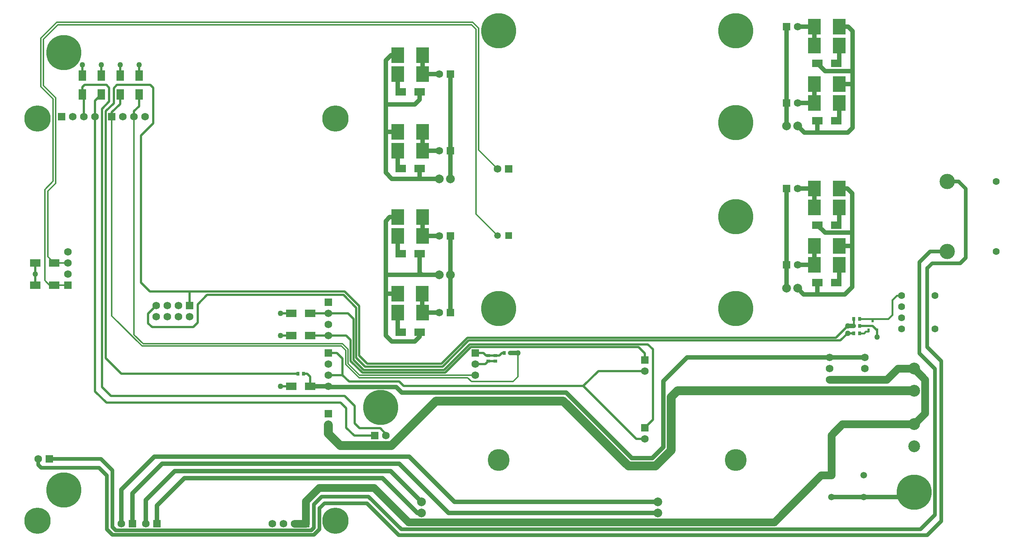
<source format=gtl>
G04*
G04 #@! TF.GenerationSoftware,Altium Limited,Altium Designer,22.8.2 (66)*
G04*
G04 Layer_Physical_Order=1*
G04 Layer_Color=255*
%FSLAX44Y44*%
%MOMM*%
G71*
G04*
G04 #@! TF.SameCoordinates,71C3AFDF-B8C1-413B-9B0B-563F97835029*
G04*
G04*
G04 #@! TF.FilePolarity,Positive*
G04*
G01*
G75*
%ADD12C,0.3000*%
%ADD14R,2.9500X3.6000*%
%ADD15R,2.4500X1.7500*%
%ADD16R,0.7000X0.9500*%
%ADD17R,1.7500X2.4500*%
%ADD18R,0.6000X0.9000*%
%ADD19R,0.9500X0.7000*%
%ADD40C,0.5000*%
%ADD41C,1.0000*%
%ADD42C,0.3500*%
%ADD43C,0.3810*%
%ADD44C,2.0000*%
%ADD45C,1.7500*%
%ADD46C,0.8300*%
%ADD47R,1.5000X1.5000*%
%ADD48C,1.5000*%
%ADD49R,1.7500X1.7500*%
%ADD50C,1.7500*%
%ADD51R,1.7500X1.7500*%
%ADD52C,8.0000*%
%ADD53C,2.0000*%
%ADD54C,5.0000*%
%ADD55C,3.5000*%
%ADD56C,1.6000*%
%ADD57C,2.7000*%
%ADD58C,6.0000*%
%ADD59C,1.2700*%
D12*
X130810Y887205D02*
Y1075690D01*
X111850Y868245D02*
X130810Y887205D01*
X102870Y1103630D02*
X130810Y1075690D01*
X119380Y864870D02*
X136810Y882300D01*
X119380Y714760D02*
Y864870D01*
X136810Y882300D02*
Y1078175D01*
X119380Y714760D02*
X133350Y700790D01*
X1096010Y812502D02*
Y1234440D01*
X141835Y1244600D02*
X1085850D01*
X1096010Y1234440D01*
X108870Y1211635D02*
X141835Y1244600D01*
X1096010Y812502D02*
X1145242Y763270D01*
X102870Y1214120D02*
X139700Y1250950D01*
X1088390D01*
X1102360Y1236980D01*
Y958432D02*
Y1236980D01*
Y958432D02*
X1145242Y915550D01*
X108870Y1106115D02*
Y1211635D01*
Y1106115D02*
X136810Y1078175D01*
X133350Y700790D02*
X164580D01*
X111850Y660310D02*
X122170Y649990D01*
X111850Y660310D02*
Y868245D01*
X102870Y1103630D02*
Y1214120D01*
X122170Y649990D02*
X133350D01*
X164580D01*
D14*
X917633Y1000160D02*
D03*
X974133D02*
D03*
X1924670Y827800D02*
D03*
X1868170D02*
D03*
Y870980D02*
D03*
X1924670D02*
D03*
X917633Y761980D02*
D03*
X974133D02*
D03*
X1924670Y1109160D02*
D03*
X1868170D02*
D03*
Y739160D02*
D03*
X1924670D02*
D03*
X1868170Y1065980D02*
D03*
X1924670D02*
D03*
X1868170Y695980D02*
D03*
X1924670D02*
D03*
X1868170Y1240980D02*
D03*
X1924670D02*
D03*
X1868170Y1197800D02*
D03*
X1924670D02*
D03*
X973553Y630160D02*
D03*
X917053D02*
D03*
X974133Y956980D02*
D03*
X917633D02*
D03*
X974133Y586980D02*
D03*
X917633D02*
D03*
X974133Y1175160D02*
D03*
X917633D02*
D03*
X974133Y805160D02*
D03*
X917633D02*
D03*
X974133Y1131980D02*
D03*
X917633D02*
D03*
D15*
X1917920Y1025320D02*
D03*
X1874920D02*
D03*
X924383Y1091320D02*
D03*
X967383D02*
D03*
X924383Y721320D02*
D03*
X967383D02*
D03*
X924383Y916320D02*
D03*
X967383D02*
D03*
X924383Y542290D02*
D03*
X967383D02*
D03*
X1917920Y1157140D02*
D03*
X1874920D02*
D03*
X1917920Y787140D02*
D03*
X1874920D02*
D03*
X1917920Y655320D02*
D03*
X1874920D02*
D03*
X717550Y534890D02*
D03*
X674550D02*
D03*
X90350Y700790D02*
D03*
X133350D02*
D03*
Y649990D02*
D03*
X90350D02*
D03*
X717550Y418690D02*
D03*
X674550D02*
D03*
X674550Y585470D02*
D03*
X717550D02*
D03*
D16*
X702460Y447040D02*
D03*
X689460D02*
D03*
X1971190Y556260D02*
D03*
X1958190D02*
D03*
X1173630Y494540D02*
D03*
X1160630D02*
D03*
X1958190Y572770D02*
D03*
X1971190D02*
D03*
X1971190Y539750D02*
D03*
X1958190D02*
D03*
D17*
X284193Y1128940D02*
D03*
Y1085940D02*
D03*
X327230Y1128940D02*
D03*
Y1085940D02*
D03*
X241157Y1128940D02*
D03*
Y1085940D02*
D03*
X198120Y1128940D02*
D03*
Y1085940D02*
D03*
D18*
X1992020Y546030D02*
D03*
X2011020D02*
D03*
X2001520Y569030D02*
D03*
D19*
X1140460Y476100D02*
D03*
Y489100D02*
D03*
X1123950Y476100D02*
D03*
Y489100D02*
D03*
D40*
X90350Y674710D02*
Y700790D01*
X2011020Y531470D02*
Y546030D01*
X2000790Y556260D02*
X2011020Y546030D01*
X1971190Y556260D02*
X2000790D01*
X717550Y585470D02*
X717770Y585690D01*
X758940D01*
X717550Y534890D02*
X758940D01*
X848360Y469900D02*
X1017270D01*
X829310Y488950D02*
X848360Y469900D01*
X829310Y488950D02*
Y601980D01*
X822960Y483870D02*
X843280Y463550D01*
X1019810D01*
X822960Y483870D02*
Y598170D01*
X796290Y635000D02*
X829310Y601980D01*
X793750Y627380D02*
X822960Y598170D01*
X758940Y585690D02*
X803690D01*
X816610Y478385D02*
Y572770D01*
X803690Y585690D02*
X816610Y572770D01*
X799880Y534890D02*
X810260Y524510D01*
X758940Y534890D02*
X799880D01*
X810260Y476250D02*
Y524510D01*
X816610Y478385D02*
X839415Y455580D01*
X810260Y476250D02*
X836930Y449580D01*
X442710Y635000D02*
X796290D01*
X482600Y627380D02*
X793750D01*
X461010Y605790D02*
X482600Y627380D01*
X839415Y455580D02*
X1023270D01*
X836930Y449580D02*
X1026160D01*
X920750Y429260D02*
X930910Y419100D01*
X806450Y429260D02*
X920750D01*
X877570Y322580D02*
X890492Y309658D01*
X830580Y322580D02*
X877570D01*
X791620Y444090D02*
Y482190D01*
X778920Y494890D02*
X791620Y482190D01*
X1917700Y529590D02*
X1944370Y556260D01*
X1076960Y529590D02*
X1917700D01*
X1927860Y523240D02*
X1944370Y539750D01*
X1958190D01*
X1480924Y323560D02*
X1499870Y342506D01*
Y502920D01*
X1488440Y514350D02*
X1499870Y502920D01*
X1082040Y514350D02*
X1488440D01*
X1480924Y478500D02*
Y493926D01*
X1466850Y508000D02*
X1480924Y493926D01*
X1375120Y453100D02*
X1480924D01*
X1341120Y419100D02*
X1375120Y453100D01*
X1026160Y449580D02*
X1084580Y508000D01*
X1466850D01*
X649830Y534890D02*
X674550D01*
X930910Y419100D02*
X1341120D01*
X791620Y444090D02*
X806450Y429260D01*
X1341120Y419100D02*
X1462060Y298160D01*
X1480924D01*
X1023270Y455580D02*
X1082040Y514350D01*
X1019810Y463550D02*
X1079500Y523240D01*
X1927860D01*
X1017270Y469900D02*
X1076960Y529590D01*
X758940Y494890D02*
X778920D01*
X327230Y1128940D02*
Y1153660D01*
X284193Y1128940D02*
Y1153660D01*
X241157Y1128940D02*
Y1153660D01*
X198120Y1128940D02*
Y1153660D01*
X90350Y649990D02*
Y674710D01*
X649830Y585470D02*
X674550D01*
X649830Y418690D02*
X674550D01*
X327230Y1058750D02*
Y1085940D01*
X315800Y1047320D02*
X327230Y1058750D01*
X315800Y1035270D02*
Y1047320D01*
X284193Y1063973D02*
Y1085940D01*
X265000Y1044780D02*
X284193Y1063973D01*
X265000Y1035270D02*
Y1044780D01*
X226900Y1071683D02*
X241157Y1085940D01*
X226900Y1035270D02*
Y1071683D01*
X201500Y1035270D02*
Y1082560D01*
X198120Y1085940D02*
X201500Y1082560D01*
X198120Y1085940D02*
Y1102440D01*
X203120Y1107440D01*
X252730D01*
X259080Y1101090D01*
Y1069340D02*
Y1101090D01*
X242570Y1052830D02*
X259080Y1069340D01*
X251460Y1047750D02*
X269443Y1065733D01*
X251460Y482600D02*
Y1047750D01*
X269443Y1065733D02*
Y1100023D01*
X276860Y1107440D01*
X353060D01*
X717550Y418690D02*
Y440690D01*
X711200Y447040D02*
X717550Y440690D01*
X702460Y447040D02*
X711200D01*
X287020D02*
X689460D01*
X251460Y482600D02*
X287020Y447040D01*
X353060Y1107440D02*
X359410Y1101090D01*
Y1019810D02*
Y1101090D01*
X331470Y991870D02*
X359410Y1019810D01*
X331470Y655320D02*
Y991870D01*
Y655320D02*
X351790Y635000D01*
X442710D01*
Y602840D02*
Y635000D01*
X242570Y416560D02*
X262890Y396240D01*
X242570Y416560D02*
Y1052830D01*
X800100Y323850D02*
Y368300D01*
X226900Y406830D02*
Y1035270D01*
X252730Y381000D02*
X787400D01*
X226900Y406830D02*
X252730Y381000D01*
X800100Y323850D02*
X818170Y305780D01*
X865092D01*
X787400Y381000D02*
X800100Y368300D01*
X819150Y334010D02*
X830580Y322580D01*
X890492Y305780D02*
Y309658D01*
X819150Y334010D02*
Y373380D01*
X796290Y396240D02*
X819150Y373380D01*
X262890Y396240D02*
X796290D01*
X758940Y444090D02*
X791620D01*
X347980Y584310D02*
X366510Y602840D01*
X461010Y563880D02*
Y605790D01*
X347980Y562610D02*
Y584310D01*
X450850Y553720D02*
X461010Y563880D01*
X356870Y553720D02*
X450850D01*
X347980Y562610D02*
X356870Y553720D01*
X1123950Y476100D02*
X1140460D01*
X1116990Y469140D02*
X1123950Y476100D01*
X1094442Y469140D02*
X1116990D01*
X1154940Y494540D02*
X1160630D01*
X1149500Y489100D02*
X1154940Y494540D01*
X1140460Y489100D02*
X1149500D01*
X1123950D02*
X1140460D01*
X1118720D02*
X1123950D01*
X1113280Y494540D02*
X1118720Y489100D01*
X1094442Y494540D02*
X1113280D01*
D41*
X1878330Y998220D02*
X1944370D01*
X1845012D02*
X1878330D01*
X1874920Y1001630D02*
X1878330Y998220D01*
X1874920Y1001630D02*
Y1025320D01*
X1955800Y1139190D02*
Y1230630D01*
Y1106170D02*
Y1139190D01*
X1892870D02*
X1955800D01*
X1874920Y1157140D02*
X1892870Y1139190D01*
X1955800Y1009650D02*
Y1106170D01*
X1952810Y1109160D02*
X1955800Y1106170D01*
X1924670Y1109160D02*
X1952810D01*
X1924670Y1240980D02*
X1945450D01*
X1955800Y1230630D01*
X1944370Y998220D02*
X1955800Y1009650D01*
X1829772Y1013460D02*
X1845012Y998220D01*
X1877060Y628650D02*
X1938020D01*
X1843742D02*
X1877060D01*
X1874920Y630790D02*
X1877060Y628650D01*
X1874920Y630790D02*
Y655320D01*
X1954530Y769620D02*
Y859790D01*
Y737870D02*
Y769620D01*
X1892440D02*
X1954530D01*
X1874920Y787140D02*
X1892440Y769620D01*
X1954530Y645160D02*
Y737870D01*
X1953240Y739160D02*
X1954530Y737870D01*
X1924670Y739160D02*
X1953240D01*
X1924670Y870980D02*
X1943340D01*
X1954530Y859790D01*
X1938020Y628650D02*
X1954530Y645160D01*
X1829772Y642620D02*
X1843742Y628650D01*
X890270Y999490D02*
Y1062990D01*
Y906780D02*
Y999490D01*
X890940Y1000160D01*
X917633D01*
X969010Y892810D02*
X1012531D01*
X904240D02*
X969010D01*
X967383Y894437D02*
X969010Y892810D01*
X967383Y894437D02*
Y916320D01*
X890270Y1062990D02*
Y1163320D01*
Y1062990D02*
X956310D01*
X967383Y1074063D01*
Y1091320D01*
X902110Y1175160D02*
X917633D01*
X890270Y1163320D02*
X902110Y1175160D01*
X890270Y906780D02*
X904240Y892810D01*
X972820Y673100D02*
X1012531D01*
X892810D02*
X972820D01*
X967383Y678537D02*
X972820Y673100D01*
X967383Y678537D02*
Y721320D01*
X890270Y670560D02*
Y796290D01*
Y627380D02*
Y670560D01*
X892810Y673100D01*
X890270Y534670D02*
Y627380D01*
X893050Y630160D01*
X917053D01*
X967383Y531773D02*
Y542290D01*
X956310Y520700D02*
X967383Y531773D01*
X904240Y520700D02*
X956310D01*
X890270Y534670D02*
X904240Y520700D01*
X890270Y796290D02*
X899140Y805160D01*
X917633D01*
Y549040D02*
Y586980D01*
Y549040D02*
X924383Y542290D01*
X917633Y728070D02*
Y761980D01*
Y728070D02*
X924383Y721320D01*
X917633Y923070D02*
Y956980D01*
Y923070D02*
X924383Y916320D01*
X917633Y1098070D02*
Y1131980D01*
Y1098070D02*
X924383Y1091320D01*
X1917920Y1157140D02*
X1924670Y1163890D01*
Y1197800D01*
Y1032070D02*
Y1065980D01*
X1917920Y1025320D02*
X1924670Y1032070D01*
X1924670Y793890D02*
Y827800D01*
X1917920Y787140D02*
X1924670Y793890D01*
X1924670Y662070D02*
Y695980D01*
X1917920Y655320D02*
X1924670Y662070D01*
X913702Y416560D02*
X926402Y403860D01*
X761070Y416560D02*
X913702D01*
X1944370Y556260D02*
X1958190D01*
X361950Y257810D02*
X943610D01*
X1047033Y154387D01*
X1511300D01*
X286590Y182450D02*
X361950Y257810D01*
X311990Y173560D02*
X379730Y241300D01*
X920750D02*
X1033063Y128987D01*
X379730Y241300D02*
X920750D01*
X408940Y224790D02*
X901147D01*
X342470Y158320D02*
X408940Y224790D01*
X901147D02*
X971550Y154387D01*
X430530Y208280D02*
X882650D01*
X367870Y145620D02*
X430530Y208280D01*
X882650D02*
X961943Y128987D01*
X926402Y403860D02*
X1301750D01*
X1451610Y254000D02*
X1498600D01*
X1301750Y403860D02*
X1451610Y254000D01*
X1524000Y279400D02*
Y430530D01*
X1577685Y484215D02*
X1903240D01*
X1524000Y430530D02*
X1577685Y484215D01*
X1498600Y254000D02*
X1524000Y279400D01*
X342470Y104360D02*
Y158320D01*
X961943Y128987D02*
X971550D01*
X367870Y104360D02*
Y145620D01*
X286590Y104360D02*
Y182450D01*
X311990Y104360D02*
Y173560D01*
X1033063Y128987D02*
X1511300D01*
X758940Y418690D02*
X761070Y416560D01*
X1903240Y484215D02*
X1983340D01*
X1907195Y165050D02*
X1980855D01*
X2084722D02*
X2096152Y176480D01*
X1980855Y165050D02*
X2084722D01*
X717550Y418690D02*
X758940D01*
X1958190Y556260D02*
X1958190Y556260D01*
X1173630Y494540D02*
X1192020D01*
X1804372Y1065980D02*
Y1240980D01*
Y1013460D02*
Y1065980D01*
Y695980D02*
Y870980D01*
Y642620D02*
Y695980D01*
X1037931Y892810D02*
Y1131980D01*
X1037931Y1131980D01*
X1037931Y586980D02*
Y761980D01*
X1012531Y586980D02*
X1012531Y586980D01*
X974133Y586980D02*
X1012531D01*
X973553Y587560D02*
X974133Y586980D01*
X973553Y587560D02*
Y630160D01*
X974110Y762003D02*
Y805160D01*
X974133Y761980D02*
X974133Y761980D01*
X1012531D01*
X974110Y762003D02*
X974133Y761980D01*
X974110Y805160D02*
X974133D01*
X1012531Y956980D02*
X1012531Y956980D01*
X974133Y956980D02*
X1012531D01*
X974133D02*
Y1000160D01*
X1012531Y1131980D02*
X1012531Y1131980D01*
X974133Y1131980D02*
X1012531D01*
X974133D02*
Y1175160D01*
X1868170Y1240980D02*
X1868170Y1240980D01*
X1829772Y1240980D02*
X1868170D01*
X1868170Y1197800D02*
Y1240980D01*
X1829772Y1065980D02*
X1868170D01*
X1868170Y1065980D01*
Y1109160D01*
X1829772Y870980D02*
X1868170D01*
X1868170Y870980D01*
Y827800D02*
Y870980D01*
X1868170Y695980D02*
Y739160D01*
X1829772Y695980D02*
X1829772Y695980D01*
X1868170D01*
D42*
X791210Y515620D02*
X803910Y502920D01*
Y469900D02*
Y502920D01*
Y469900D02*
X830070Y443740D01*
X788670Y510540D02*
X798830Y500380D01*
Y468616D02*
X828206Y439240D01*
X798830Y468616D02*
Y500380D01*
X336550Y515620D02*
X791210D01*
X334010Y510540D02*
X788670D01*
X830070Y443740D02*
X1094442D01*
X829310Y438150D02*
X1076960D01*
X828220Y439240D02*
X829310Y438150D01*
X828206Y439240D02*
X828220D01*
X1192020Y440180D02*
Y494540D01*
X1181100Y429260D02*
X1192020Y440180D01*
X1085850Y429260D02*
X1181100D01*
X265000Y579550D02*
Y1035270D01*
X1076960Y438150D02*
X1085850Y429260D01*
X265000Y579550D02*
X334010Y510540D01*
X315800Y536370D02*
Y1035270D01*
Y536370D02*
X336550Y515620D01*
D43*
X1971190Y572770D02*
X2037080D01*
X2056130Y626110D02*
X2067560D01*
X2045970Y615950D02*
X2056130Y626110D01*
X2045970Y581660D02*
Y615950D01*
X2037080Y572770D02*
X2045970Y581660D01*
X1981400Y539750D02*
X1985085Y543435D01*
X1990925D01*
X1992020Y544530D01*
Y546030D01*
X1971190Y539750D02*
X1981400D01*
X1958190Y556260D02*
Y572770D01*
D44*
X1541780Y271780D02*
Y393700D01*
X1443990Y236220D02*
X1506220D01*
X1541780Y271780D01*
X1295400Y384810D02*
X1443990Y236220D01*
X1004570Y384810D02*
X1295400D01*
X1556095Y408015D02*
X1903240D01*
X1541780Y393700D02*
X1556095Y408015D01*
X1983340D02*
X2096152D01*
X786130Y283210D02*
X902970D01*
X1004570Y384810D01*
X758940Y310400D02*
Y330420D01*
Y310400D02*
X786130Y283210D01*
X1903240Y408015D02*
X1983340D01*
D45*
X707124Y104238D02*
Y155944D01*
X737870Y186690D02*
X863600D01*
X707124Y155944D02*
X737870Y186690D01*
X2096152Y458815D02*
X2120900Y434067D01*
Y356563D02*
Y434067D01*
X681724Y104238D02*
X707124D01*
X1932015Y331815D02*
X2096152D01*
X1776730Y107950D02*
X1883830Y215050D01*
X1983340Y433415D02*
X2033615D01*
X2059015Y458815D01*
X2096152Y331815D02*
X2120900Y356563D01*
X863600Y186690D02*
X942340Y107950D01*
X1776730D01*
X1907195Y306995D02*
X1932015Y331815D01*
X1907195Y215050D02*
Y306995D01*
X1903240Y433415D02*
X1983340D01*
X2059015Y458815D02*
X2096152D01*
X1883830Y215050D02*
X1907195D01*
D46*
X744220Y166370D02*
X850900D01*
X726440Y95250D02*
Y148590D01*
X744220Y166370D01*
X2157730Y110490D02*
Y476250D01*
X2125980Y508000D02*
X2157730Y476250D01*
X2125980Y508000D02*
Y688340D01*
X2108200Y494030D02*
Y702310D01*
X2143760Y124460D02*
Y458470D01*
X2108200Y494030D02*
X2143760Y458470D01*
X720090Y88900D02*
X726440Y95250D01*
X240440Y252320D02*
X266700Y226060D01*
X122670Y252320D02*
X240440D01*
X266700Y96520D02*
X274320Y88900D01*
X2108200Y702310D02*
X2132230Y726340D01*
X925830Y91440D02*
X2110740D01*
X266700Y96520D02*
Y226060D01*
X274320Y88900D02*
X720090D01*
X2132230Y726340D02*
X2171700D01*
X850900Y166370D02*
X925830Y91440D01*
X2110740D02*
X2143760Y124460D01*
X2137410Y699770D02*
X2200910D01*
X739140Y139700D02*
X750570Y151130D01*
X2171700Y886340D02*
X2197220D01*
X2125980Y688340D02*
X2137410Y699770D01*
X2125610Y78370D02*
X2157730Y110490D01*
X726440Y78740D02*
X739140Y91440D01*
X750570Y151130D02*
X847090D01*
X739140Y91440D02*
Y139700D01*
X254000Y91440D02*
X266700Y78740D01*
X97270Y239280D02*
X104140Y232410D01*
X919850Y78370D02*
X2125610D01*
X266700Y78740D02*
X726440D01*
X2200910Y699770D02*
X2213610Y712470D01*
X847090Y151130D02*
X919850Y78370D01*
X97270Y239280D02*
Y252320D01*
X254000Y91440D02*
Y214630D01*
X2197220Y886340D02*
X2213610Y869950D01*
Y712470D02*
Y869950D01*
X104140Y232410D02*
X236220D01*
X254000Y214630D01*
D47*
X1170642Y763270D02*
D03*
D48*
X1145242D02*
D03*
X1907195Y215050D02*
D03*
Y165050D02*
D03*
X1980855Y215050D02*
D03*
Y165050D02*
D03*
D49*
X442710Y602840D02*
D03*
X865092Y305780D02*
D03*
X150700Y1035270D02*
D03*
X265000D02*
D03*
X707124Y104238D02*
D03*
X1170642Y915550D02*
D03*
X122670Y252320D02*
D03*
X367870Y104360D02*
D03*
X311990D02*
D03*
X1037931Y586980D02*
D03*
Y761980D02*
D03*
X1037931Y1131980D02*
D03*
Y956980D02*
D03*
X1804372Y1240980D02*
D03*
Y1065980D02*
D03*
Y695980D02*
D03*
Y870980D02*
D03*
D50*
X442710Y577440D02*
D03*
X417310Y602840D02*
D03*
Y577440D02*
D03*
X391910Y602840D02*
D03*
Y577440D02*
D03*
X366510Y602840D02*
D03*
Y577440D02*
D03*
X758940Y469490D02*
D03*
Y444090D02*
D03*
Y418690D02*
D03*
X1903240Y484215D02*
D03*
Y458815D02*
D03*
Y433415D02*
D03*
Y408015D02*
D03*
X890492Y305780D02*
D03*
X1094442Y469140D02*
D03*
Y443740D02*
D03*
X1983340Y458815D02*
D03*
Y433415D02*
D03*
Y484215D02*
D03*
Y408015D02*
D03*
X758940Y330420D02*
D03*
X164580Y726190D02*
D03*
Y700790D02*
D03*
Y675390D02*
D03*
X758940Y534890D02*
D03*
Y560290D02*
D03*
Y585690D02*
D03*
X226900Y1035270D02*
D03*
X201500D02*
D03*
X176100D02*
D03*
X341200D02*
D03*
X315800D02*
D03*
X290400D02*
D03*
X630924Y104238D02*
D03*
X656324D02*
D03*
X681724D02*
D03*
X1480924Y298160D02*
D03*
X1145242Y915550D02*
D03*
X97270Y252320D02*
D03*
X342470Y104360D02*
D03*
X286590D02*
D03*
X1480924Y453100D02*
D03*
X1012531Y586980D02*
D03*
Y761980D02*
D03*
X1012531Y1131980D02*
D03*
Y956980D02*
D03*
X1829772Y1240980D02*
D03*
Y1065980D02*
D03*
Y695980D02*
D03*
Y870980D02*
D03*
D51*
X758940Y494890D02*
D03*
X1094442Y494540D02*
D03*
X758940Y355820D02*
D03*
X164580Y649990D02*
D03*
X758940Y611090D02*
D03*
X1480924Y478500D02*
D03*
Y323560D02*
D03*
D52*
X155450Y1181480D02*
D03*
X155450Y181480D02*
D03*
X878542Y370550D02*
D03*
X2096152Y176480D02*
D03*
X1147365Y596480D02*
D03*
X1688960D02*
D03*
X1688960Y1231480D02*
D03*
X1147365D02*
D03*
X1688960Y1021630D02*
D03*
X1688960Y806330D02*
D03*
D53*
X1829772Y1013460D02*
D03*
X1804372D02*
D03*
X1037931Y673100D02*
D03*
X1012531D02*
D03*
X1511300Y154387D02*
D03*
Y128987D02*
D03*
X971550Y154387D02*
D03*
Y128987D02*
D03*
X1829772Y642620D02*
D03*
X1804372D02*
D03*
X1012531Y892810D02*
D03*
X1037931D02*
D03*
D54*
X1147374Y250000D02*
D03*
X1688968D02*
D03*
D55*
X2171700Y726340D02*
D03*
Y886340D02*
D03*
D56*
X2283460Y726338D02*
D03*
Y886338D02*
D03*
X2067560Y626110D02*
D03*
X2143760D02*
D03*
X2067560Y600710D02*
D03*
Y575310D02*
D03*
Y549910D02*
D03*
X2143760D02*
D03*
D57*
X2096152Y408015D02*
D03*
Y458815D02*
D03*
Y281015D02*
D03*
Y331815D02*
D03*
D58*
X775450Y1030830D02*
D03*
X95450D02*
D03*
X775450Y110830D02*
D03*
X95450D02*
D03*
D59*
X2011020Y531470D02*
D03*
X1944370Y556260D02*
D03*
Y539750D02*
D03*
X649830Y534890D02*
D03*
X327230Y1153660D02*
D03*
X284193D02*
D03*
X241157D02*
D03*
X198120D02*
D03*
X90350Y674710D02*
D03*
X649830Y585470D02*
D03*
X649830Y418690D02*
D03*
X1192020Y494540D02*
D03*
M02*

</source>
